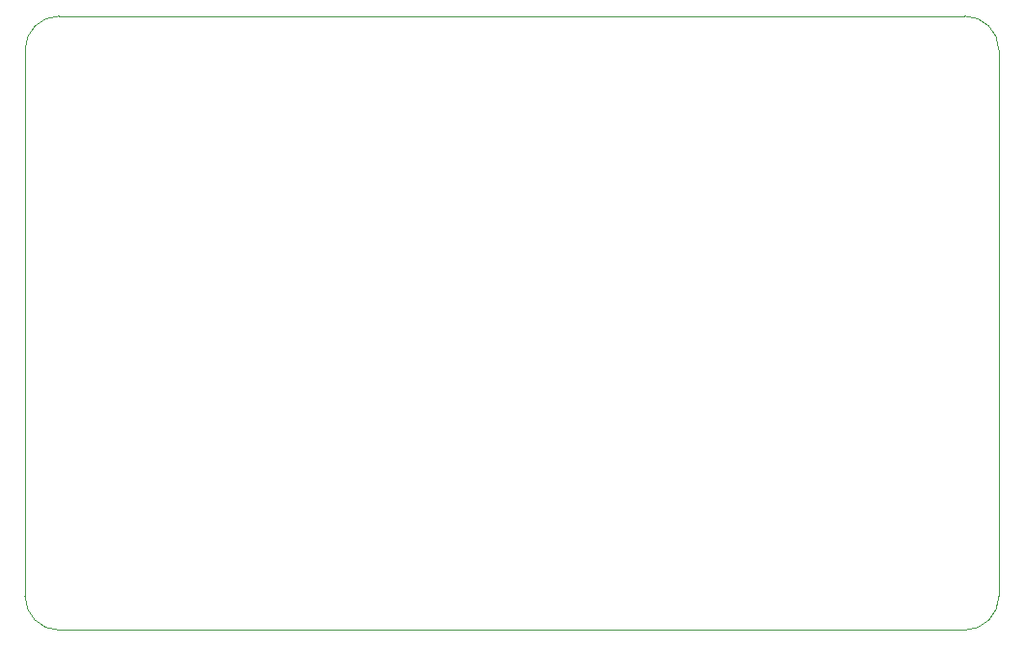
<source format=gbr>
%TF.GenerationSoftware,KiCad,Pcbnew,7.0.2*%
%TF.CreationDate,2023-07-28T17:59:40+01:00*%
%TF.ProjectId,pcb-stylophone_v2_to_make,7063622d-7374-4796-9c6f-70686f6e655f,rev?*%
%TF.SameCoordinates,Original*%
%TF.FileFunction,Profile,NP*%
%FSLAX46Y46*%
G04 Gerber Fmt 4.6, Leading zero omitted, Abs format (unit mm)*
G04 Created by KiCad (PCBNEW 7.0.2) date 2023-07-28 17:59:40*
%MOMM*%
%LPD*%
G01*
G04 APERTURE LIST*
%TA.AperFunction,Profile*%
%ADD10C,0.100000*%
%TD*%
G04 APERTURE END LIST*
D10*
X170000000Y-147000000D02*
X170000000Y-99000000D01*
X167000000Y-96000000D02*
X87400000Y-96000000D01*
X87400000Y-96000000D02*
G75*
G03*
X84400000Y-99000000I0J-3000000D01*
G01*
X84400000Y-99000000D02*
X84400000Y-147000000D01*
X84400000Y-147000000D02*
G75*
G03*
X87400000Y-150000000I3000000J0D01*
G01*
X170000000Y-99000000D02*
G75*
G03*
X167000000Y-96000000I-3000000J0D01*
G01*
X167000000Y-150000000D02*
G75*
G03*
X170000000Y-147000000I0J3000000D01*
G01*
X87400000Y-150000000D02*
X167000000Y-150000000D01*
M02*

</source>
